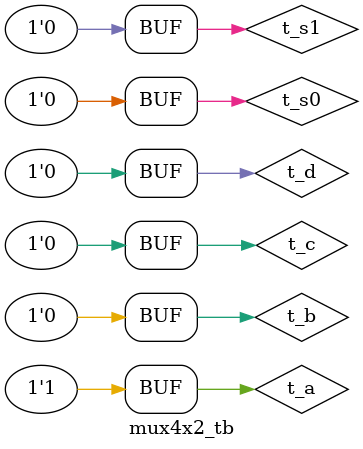
<source format=v>
`timescale 1ns/1ns
module mux4x2_tb;
wire t_out;
reg t_a, t_b, t_c, t_d, t_s1, t_s0;
mux4x2 my_4x2_mux( .a(t_a), .b(t_b), .c(t_c), .d(t_d), .s1(t_s1), .s0(t_s0), .out(t_out) );
initial
begin
// 1
t_a = 1'b1;
t_b = 1'b0;
t_c = 1'b1;
t_d = 1'b1;
t_s0 = 1'b0;
t_s1 = 1'b1;
#5 //2
t_a = 1'b0;
t_b = 1'b1;
t_c = 1'b0;
t_d = 1'b0;
t_s0 = 1'b0;
t_s1 = 1'b1;
#5 //3
t_a = 1'b0;
t_b = 1'b0;
t_c = 1'b1;
t_d = 1'b0;
t_s0 = 1'b1;
t_s1 = 1'b0;
#5 //4
t_a = 1'b0;
t_b = 1'b0;
t_c = 1'b0;
t_d = 1'b1;
t_s0 = 1'b1;
t_s1 = 1'b1;
#5 //5
t_a = 1'b1;
t_b = 1'b0;
t_c = 1'b0;
t_d = 1'b0;
t_s0 = 1'b0;
t_s1 = 1'b0;
end
endmodule
</source>
